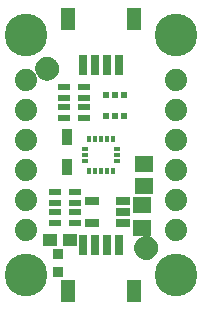
<source format=gbr>
G04 EAGLE Gerber RS-274X export*
G75*
%MOMM*%
%FSLAX34Y34*%
%LPD*%
%INSoldermask Top*%
%IPPOS*%
%AMOC8*
5,1,8,0,0,1.08239X$1,22.5*%
G01*
%ADD10R,1.601600X1.341600*%
%ADD11R,1.301600X0.651600*%
%ADD12R,1.176600X1.101600*%
%ADD13R,1.001600X0.551600*%
%ADD14R,0.601600X0.601600*%
%ADD15R,0.501600X0.601600*%
%ADD16C,3.617600*%
%ADD17R,0.701600X1.651600*%
%ADD18R,1.301600X1.901600*%
%ADD19C,1.101600*%
%ADD20C,0.500000*%
%ADD21R,0.901600X0.901600*%
%ADD22R,0.351600X0.601600*%
%ADD23R,0.601600X0.351600*%
%ADD24R,0.901600X1.451600*%
%ADD25C,1.879600*%


D10*
X123190Y65430D03*
X123190Y84430D03*
D11*
X106981Y69240D03*
X106981Y78740D03*
X106981Y88240D03*
X80979Y88240D03*
X80979Y69240D03*
D10*
X125095Y119355D03*
X125095Y100355D03*
D12*
X62475Y55245D03*
X45475Y55245D03*
D13*
X74540Y184450D03*
X57540Y184450D03*
X74540Y175450D03*
X74540Y167450D03*
X74540Y158450D03*
X57540Y158450D03*
X57540Y175450D03*
X57540Y167450D03*
D14*
X107830Y177910D03*
D15*
X100330Y177910D03*
D14*
X92830Y177910D03*
X92830Y159910D03*
D15*
X100330Y159910D03*
D14*
X107830Y159910D03*
D16*
X25400Y25400D03*
X25400Y228600D03*
D17*
X93900Y203460D03*
X83900Y203460D03*
X103900Y203460D03*
X73900Y203460D03*
D18*
X116900Y242460D03*
X60900Y242460D03*
D17*
X83900Y50540D03*
X93900Y50540D03*
X73900Y50540D03*
X103900Y50540D03*
D18*
X60900Y11540D03*
X116900Y11540D03*
D19*
X127000Y48260D03*
D20*
X119500Y48260D02*
X119502Y48079D01*
X119509Y47898D01*
X119520Y47717D01*
X119535Y47536D01*
X119555Y47356D01*
X119579Y47176D01*
X119607Y46997D01*
X119640Y46819D01*
X119677Y46642D01*
X119718Y46465D01*
X119763Y46290D01*
X119813Y46115D01*
X119867Y45942D01*
X119925Y45771D01*
X119987Y45600D01*
X120054Y45432D01*
X120124Y45265D01*
X120198Y45099D01*
X120277Y44936D01*
X120359Y44775D01*
X120445Y44615D01*
X120535Y44458D01*
X120629Y44303D01*
X120726Y44150D01*
X120828Y44000D01*
X120932Y43852D01*
X121041Y43706D01*
X121152Y43564D01*
X121268Y43424D01*
X121386Y43287D01*
X121508Y43152D01*
X121633Y43021D01*
X121761Y42893D01*
X121892Y42768D01*
X122027Y42646D01*
X122164Y42528D01*
X122304Y42412D01*
X122446Y42301D01*
X122592Y42192D01*
X122740Y42088D01*
X122890Y41986D01*
X123043Y41889D01*
X123198Y41795D01*
X123355Y41705D01*
X123515Y41619D01*
X123676Y41537D01*
X123839Y41458D01*
X124005Y41384D01*
X124172Y41314D01*
X124340Y41247D01*
X124511Y41185D01*
X124682Y41127D01*
X124855Y41073D01*
X125030Y41023D01*
X125205Y40978D01*
X125382Y40937D01*
X125559Y40900D01*
X125737Y40867D01*
X125916Y40839D01*
X126096Y40815D01*
X126276Y40795D01*
X126457Y40780D01*
X126638Y40769D01*
X126819Y40762D01*
X127000Y40760D01*
X119500Y48260D02*
X119502Y48441D01*
X119509Y48622D01*
X119520Y48803D01*
X119535Y48984D01*
X119555Y49164D01*
X119579Y49344D01*
X119607Y49523D01*
X119640Y49701D01*
X119677Y49878D01*
X119718Y50055D01*
X119763Y50230D01*
X119813Y50405D01*
X119867Y50578D01*
X119925Y50749D01*
X119987Y50920D01*
X120054Y51088D01*
X120124Y51255D01*
X120198Y51421D01*
X120277Y51584D01*
X120359Y51745D01*
X120445Y51905D01*
X120535Y52062D01*
X120629Y52217D01*
X120726Y52370D01*
X120828Y52520D01*
X120932Y52668D01*
X121041Y52814D01*
X121152Y52956D01*
X121268Y53096D01*
X121386Y53233D01*
X121508Y53368D01*
X121633Y53499D01*
X121761Y53627D01*
X121892Y53752D01*
X122027Y53874D01*
X122164Y53992D01*
X122304Y54108D01*
X122446Y54219D01*
X122592Y54328D01*
X122740Y54432D01*
X122890Y54534D01*
X123043Y54631D01*
X123198Y54725D01*
X123355Y54815D01*
X123515Y54901D01*
X123676Y54983D01*
X123839Y55062D01*
X124005Y55136D01*
X124172Y55206D01*
X124340Y55273D01*
X124511Y55335D01*
X124682Y55393D01*
X124855Y55447D01*
X125030Y55497D01*
X125205Y55542D01*
X125382Y55583D01*
X125559Y55620D01*
X125737Y55653D01*
X125916Y55681D01*
X126096Y55705D01*
X126276Y55725D01*
X126457Y55740D01*
X126638Y55751D01*
X126819Y55758D01*
X127000Y55760D01*
X127181Y55758D01*
X127362Y55751D01*
X127543Y55740D01*
X127724Y55725D01*
X127904Y55705D01*
X128084Y55681D01*
X128263Y55653D01*
X128441Y55620D01*
X128618Y55583D01*
X128795Y55542D01*
X128970Y55497D01*
X129145Y55447D01*
X129318Y55393D01*
X129489Y55335D01*
X129660Y55273D01*
X129828Y55206D01*
X129995Y55136D01*
X130161Y55062D01*
X130324Y54983D01*
X130485Y54901D01*
X130645Y54815D01*
X130802Y54725D01*
X130957Y54631D01*
X131110Y54534D01*
X131260Y54432D01*
X131408Y54328D01*
X131554Y54219D01*
X131696Y54108D01*
X131836Y53992D01*
X131973Y53874D01*
X132108Y53752D01*
X132239Y53627D01*
X132367Y53499D01*
X132492Y53368D01*
X132614Y53233D01*
X132732Y53096D01*
X132848Y52956D01*
X132959Y52814D01*
X133068Y52668D01*
X133172Y52520D01*
X133274Y52370D01*
X133371Y52217D01*
X133465Y52062D01*
X133555Y51905D01*
X133641Y51745D01*
X133723Y51584D01*
X133802Y51421D01*
X133876Y51255D01*
X133946Y51088D01*
X134013Y50920D01*
X134075Y50749D01*
X134133Y50578D01*
X134187Y50405D01*
X134237Y50230D01*
X134282Y50055D01*
X134323Y49878D01*
X134360Y49701D01*
X134393Y49523D01*
X134421Y49344D01*
X134445Y49164D01*
X134465Y48984D01*
X134480Y48803D01*
X134491Y48622D01*
X134498Y48441D01*
X134500Y48260D01*
X134498Y48079D01*
X134491Y47898D01*
X134480Y47717D01*
X134465Y47536D01*
X134445Y47356D01*
X134421Y47176D01*
X134393Y46997D01*
X134360Y46819D01*
X134323Y46642D01*
X134282Y46465D01*
X134237Y46290D01*
X134187Y46115D01*
X134133Y45942D01*
X134075Y45771D01*
X134013Y45600D01*
X133946Y45432D01*
X133876Y45265D01*
X133802Y45099D01*
X133723Y44936D01*
X133641Y44775D01*
X133555Y44615D01*
X133465Y44458D01*
X133371Y44303D01*
X133274Y44150D01*
X133172Y44000D01*
X133068Y43852D01*
X132959Y43706D01*
X132848Y43564D01*
X132732Y43424D01*
X132614Y43287D01*
X132492Y43152D01*
X132367Y43021D01*
X132239Y42893D01*
X132108Y42768D01*
X131973Y42646D01*
X131836Y42528D01*
X131696Y42412D01*
X131554Y42301D01*
X131408Y42192D01*
X131260Y42088D01*
X131110Y41986D01*
X130957Y41889D01*
X130802Y41795D01*
X130645Y41705D01*
X130485Y41619D01*
X130324Y41537D01*
X130161Y41458D01*
X129995Y41384D01*
X129828Y41314D01*
X129660Y41247D01*
X129489Y41185D01*
X129318Y41127D01*
X129145Y41073D01*
X128970Y41023D01*
X128795Y40978D01*
X128618Y40937D01*
X128441Y40900D01*
X128263Y40867D01*
X128084Y40839D01*
X127904Y40815D01*
X127724Y40795D01*
X127543Y40780D01*
X127362Y40769D01*
X127181Y40762D01*
X127000Y40760D01*
D19*
X43180Y200025D03*
D20*
X35680Y200025D02*
X35682Y199844D01*
X35689Y199663D01*
X35700Y199482D01*
X35715Y199301D01*
X35735Y199121D01*
X35759Y198941D01*
X35787Y198762D01*
X35820Y198584D01*
X35857Y198407D01*
X35898Y198230D01*
X35943Y198055D01*
X35993Y197880D01*
X36047Y197707D01*
X36105Y197536D01*
X36167Y197365D01*
X36234Y197197D01*
X36304Y197030D01*
X36378Y196864D01*
X36457Y196701D01*
X36539Y196540D01*
X36625Y196380D01*
X36715Y196223D01*
X36809Y196068D01*
X36906Y195915D01*
X37008Y195765D01*
X37112Y195617D01*
X37221Y195471D01*
X37332Y195329D01*
X37448Y195189D01*
X37566Y195052D01*
X37688Y194917D01*
X37813Y194786D01*
X37941Y194658D01*
X38072Y194533D01*
X38207Y194411D01*
X38344Y194293D01*
X38484Y194177D01*
X38626Y194066D01*
X38772Y193957D01*
X38920Y193853D01*
X39070Y193751D01*
X39223Y193654D01*
X39378Y193560D01*
X39535Y193470D01*
X39695Y193384D01*
X39856Y193302D01*
X40019Y193223D01*
X40185Y193149D01*
X40352Y193079D01*
X40520Y193012D01*
X40691Y192950D01*
X40862Y192892D01*
X41035Y192838D01*
X41210Y192788D01*
X41385Y192743D01*
X41562Y192702D01*
X41739Y192665D01*
X41917Y192632D01*
X42096Y192604D01*
X42276Y192580D01*
X42456Y192560D01*
X42637Y192545D01*
X42818Y192534D01*
X42999Y192527D01*
X43180Y192525D01*
X35680Y200025D02*
X35682Y200206D01*
X35689Y200387D01*
X35700Y200568D01*
X35715Y200749D01*
X35735Y200929D01*
X35759Y201109D01*
X35787Y201288D01*
X35820Y201466D01*
X35857Y201643D01*
X35898Y201820D01*
X35943Y201995D01*
X35993Y202170D01*
X36047Y202343D01*
X36105Y202514D01*
X36167Y202685D01*
X36234Y202853D01*
X36304Y203020D01*
X36378Y203186D01*
X36457Y203349D01*
X36539Y203510D01*
X36625Y203670D01*
X36715Y203827D01*
X36809Y203982D01*
X36906Y204135D01*
X37008Y204285D01*
X37112Y204433D01*
X37221Y204579D01*
X37332Y204721D01*
X37448Y204861D01*
X37566Y204998D01*
X37688Y205133D01*
X37813Y205264D01*
X37941Y205392D01*
X38072Y205517D01*
X38207Y205639D01*
X38344Y205757D01*
X38484Y205873D01*
X38626Y205984D01*
X38772Y206093D01*
X38920Y206197D01*
X39070Y206299D01*
X39223Y206396D01*
X39378Y206490D01*
X39535Y206580D01*
X39695Y206666D01*
X39856Y206748D01*
X40019Y206827D01*
X40185Y206901D01*
X40352Y206971D01*
X40520Y207038D01*
X40691Y207100D01*
X40862Y207158D01*
X41035Y207212D01*
X41210Y207262D01*
X41385Y207307D01*
X41562Y207348D01*
X41739Y207385D01*
X41917Y207418D01*
X42096Y207446D01*
X42276Y207470D01*
X42456Y207490D01*
X42637Y207505D01*
X42818Y207516D01*
X42999Y207523D01*
X43180Y207525D01*
X43361Y207523D01*
X43542Y207516D01*
X43723Y207505D01*
X43904Y207490D01*
X44084Y207470D01*
X44264Y207446D01*
X44443Y207418D01*
X44621Y207385D01*
X44798Y207348D01*
X44975Y207307D01*
X45150Y207262D01*
X45325Y207212D01*
X45498Y207158D01*
X45669Y207100D01*
X45840Y207038D01*
X46008Y206971D01*
X46175Y206901D01*
X46341Y206827D01*
X46504Y206748D01*
X46665Y206666D01*
X46825Y206580D01*
X46982Y206490D01*
X47137Y206396D01*
X47290Y206299D01*
X47440Y206197D01*
X47588Y206093D01*
X47734Y205984D01*
X47876Y205873D01*
X48016Y205757D01*
X48153Y205639D01*
X48288Y205517D01*
X48419Y205392D01*
X48547Y205264D01*
X48672Y205133D01*
X48794Y204998D01*
X48912Y204861D01*
X49028Y204721D01*
X49139Y204579D01*
X49248Y204433D01*
X49352Y204285D01*
X49454Y204135D01*
X49551Y203982D01*
X49645Y203827D01*
X49735Y203670D01*
X49821Y203510D01*
X49903Y203349D01*
X49982Y203186D01*
X50056Y203020D01*
X50126Y202853D01*
X50193Y202685D01*
X50255Y202514D01*
X50313Y202343D01*
X50367Y202170D01*
X50417Y201995D01*
X50462Y201820D01*
X50503Y201643D01*
X50540Y201466D01*
X50573Y201288D01*
X50601Y201109D01*
X50625Y200929D01*
X50645Y200749D01*
X50660Y200568D01*
X50671Y200387D01*
X50678Y200206D01*
X50680Y200025D01*
X50678Y199844D01*
X50671Y199663D01*
X50660Y199482D01*
X50645Y199301D01*
X50625Y199121D01*
X50601Y198941D01*
X50573Y198762D01*
X50540Y198584D01*
X50503Y198407D01*
X50462Y198230D01*
X50417Y198055D01*
X50367Y197880D01*
X50313Y197707D01*
X50255Y197536D01*
X50193Y197365D01*
X50126Y197197D01*
X50056Y197030D01*
X49982Y196864D01*
X49903Y196701D01*
X49821Y196540D01*
X49735Y196380D01*
X49645Y196223D01*
X49551Y196068D01*
X49454Y195915D01*
X49352Y195765D01*
X49248Y195617D01*
X49139Y195471D01*
X49028Y195329D01*
X48912Y195189D01*
X48794Y195052D01*
X48672Y194917D01*
X48547Y194786D01*
X48419Y194658D01*
X48288Y194533D01*
X48153Y194411D01*
X48016Y194293D01*
X47876Y194177D01*
X47734Y194066D01*
X47588Y193957D01*
X47440Y193853D01*
X47290Y193751D01*
X47137Y193654D01*
X46982Y193560D01*
X46825Y193470D01*
X46665Y193384D01*
X46504Y193302D01*
X46341Y193223D01*
X46175Y193149D01*
X46008Y193079D01*
X45840Y193012D01*
X45669Y192950D01*
X45498Y192892D01*
X45325Y192838D01*
X45150Y192788D01*
X44975Y192743D01*
X44798Y192702D01*
X44621Y192665D01*
X44443Y192632D01*
X44264Y192604D01*
X44084Y192580D01*
X43904Y192560D01*
X43723Y192545D01*
X43542Y192534D01*
X43361Y192527D01*
X43180Y192525D01*
D16*
X152400Y25400D03*
X152400Y228600D03*
D21*
X52070Y28060D03*
X52070Y43060D03*
D22*
X98900Y140500D03*
X93900Y140500D03*
X88900Y140500D03*
X83900Y140500D03*
X78900Y140500D03*
D23*
X75400Y132000D03*
X75400Y127000D03*
X75400Y122000D03*
D22*
X78900Y113500D03*
X83900Y113500D03*
X88900Y113500D03*
X93900Y113500D03*
X98900Y113500D03*
D23*
X102400Y122000D03*
X102400Y127000D03*
X102400Y132000D03*
D24*
X60325Y142240D03*
X60325Y116840D03*
D25*
X152400Y63500D03*
X152400Y88900D03*
X152400Y114300D03*
X152400Y139700D03*
X152400Y165100D03*
X152400Y190500D03*
D13*
X66920Y95550D03*
X49920Y95550D03*
X66920Y86550D03*
X66920Y78550D03*
X66920Y69550D03*
X49920Y69550D03*
X49920Y86550D03*
X49920Y78550D03*
D25*
X25400Y190500D03*
X25400Y165100D03*
X25400Y139700D03*
X25400Y114300D03*
X25400Y88900D03*
X25400Y63500D03*
M02*

</source>
